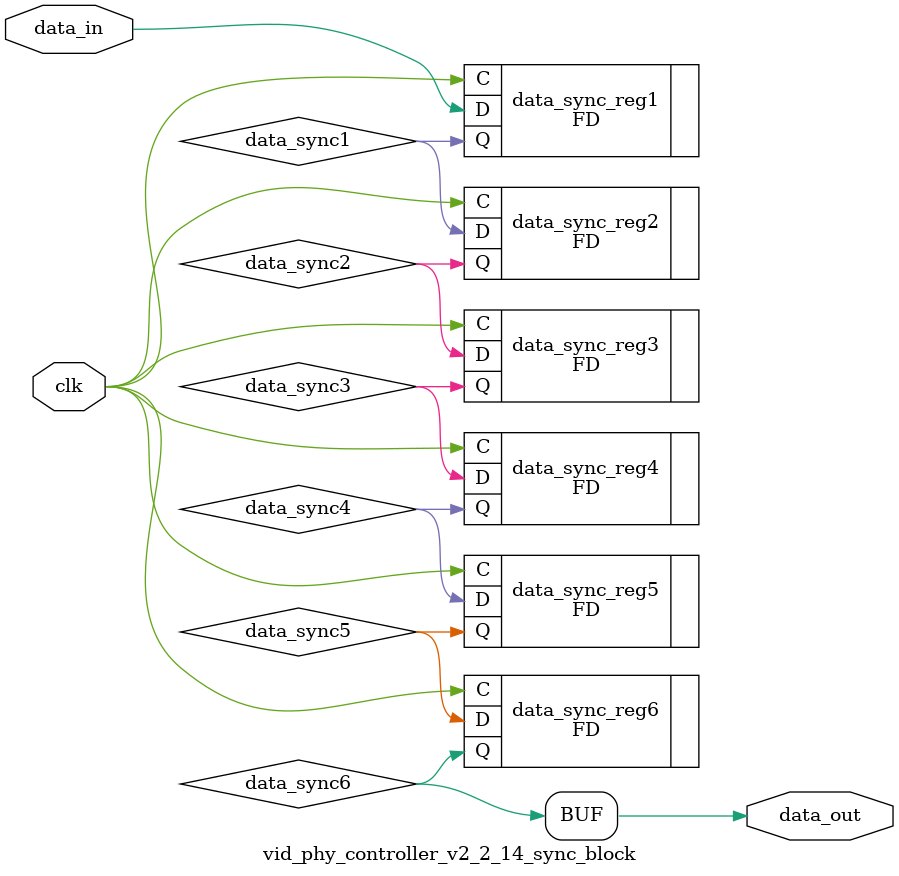
<source format=v>




`timescale 1ps / 1ps

//(* dont_touch = "yes" *)
module vid_phy_controller_v2_2_14_sync_block
  #(
  parameter INITIALISE = 6'b000000
)
(
  input        clk,              // clock to be sync'ed to
  input        data_in,          // Data to be 'synced'
  output       data_out          // synced data
);

  // Internal Signals
  wire data_sync1;
  wire data_sync2;
  wire data_sync3;
  wire data_sync4;
  wire data_sync5;
  wire data_sync6;


  (* shreg_extract = "no", ASYNC_REG = "TRUE" *)
  FD #(
    .INIT (INITIALISE[0])
  ) data_sync_reg1 (
    .C  (clk),
    .D  (data_in),
    .Q  (data_sync1)
  );


  (* shreg_extract = "no", ASYNC_REG = "TRUE" *)
  FD #(
   .INIT (INITIALISE[1])
  ) data_sync_reg2 (
  .C  (clk),
  .D  (data_sync1),
  .Q  (data_sync2)
  );


  (* shreg_extract = "no", ASYNC_REG = "TRUE" *)
  FD #(
   .INIT (INITIALISE[2])
  ) data_sync_reg3 (
  .C  (clk),
  .D  (data_sync2),
  .Q  (data_sync3)
  );

  (* shreg_extract = "no", ASYNC_REG = "TRUE" *)
  FD #(
   .INIT (INITIALISE[3])
  ) data_sync_reg4 (
  .C  (clk),
  .D  (data_sync3),
  .Q  (data_sync4)
  );

  (* shreg_extract = "no", ASYNC_REG = "TRUE" *)
  FD #(
   .INIT (INITIALISE[4])
  ) data_sync_reg5 (
  .C  (clk),
  .D  (data_sync4),
  .Q  (data_sync5)
  );

  (* shreg_extract = "no", ASYNC_REG = "TRUE" *)
  FD #(
   .INIT (INITIALISE[5])
  ) data_sync_reg6 (
  .C  (clk),
  .D  (data_sync5),
  .Q  (data_sync6)
  );
  assign data_out = data_sync6;



endmodule

</source>
